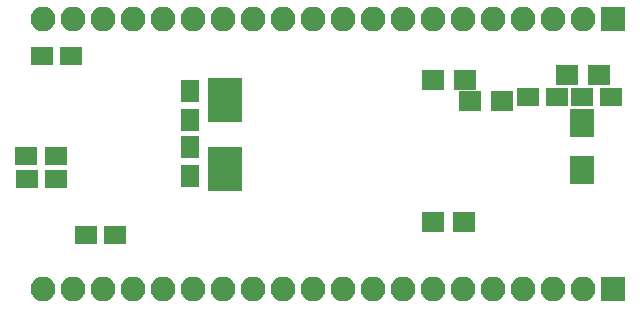
<source format=gbr>
G04 #@! TF.FileFunction,Soldermask,Bot*
%FSLAX46Y46*%
G04 Gerber Fmt 4.6, Leading zero omitted, Abs format (unit mm)*
G04 Created by KiCad (PCBNEW 4.0.4-stable) date 02/22/17 16:36:32*
%MOMM*%
%LPD*%
G01*
G04 APERTURE LIST*
%ADD10C,0.100000*%
%ADD11R,1.900000X1.650000*%
%ADD12R,1.650000X1.900000*%
%ADD13R,2.100000X2.100000*%
%ADD14O,2.100000X2.100000*%
%ADD15R,1.900000X1.700000*%
%ADD16R,2.000000X2.400000*%
%ADD17R,2.900000X3.725000*%
G04 APERTURE END LIST*
D10*
D11*
X117640000Y-91690000D03*
X115140000Y-91690000D03*
X118850000Y-106860000D03*
X121350000Y-106860000D03*
X113850000Y-100170000D03*
X116350000Y-100170000D03*
X113870000Y-102110000D03*
X116370000Y-102110000D03*
X158810000Y-95170000D03*
X156310000Y-95170000D03*
D12*
X127670000Y-101870000D03*
X127670000Y-99370000D03*
X127670000Y-94630000D03*
X127670000Y-97130000D03*
D11*
X160870000Y-95180000D03*
X163370000Y-95180000D03*
D13*
X163490000Y-88570000D03*
D14*
X160950000Y-88570000D03*
X158410000Y-88570000D03*
X155870000Y-88570000D03*
X153330000Y-88570000D03*
X150790000Y-88570000D03*
X148250000Y-88570000D03*
X145710000Y-88570000D03*
X143170000Y-88570000D03*
X140630000Y-88570000D03*
X138090000Y-88570000D03*
X135550000Y-88570000D03*
X133010000Y-88570000D03*
X130470000Y-88570000D03*
X127930000Y-88570000D03*
X125390000Y-88570000D03*
X122850000Y-88570000D03*
X120310000Y-88570000D03*
X117770000Y-88570000D03*
X115230000Y-88570000D03*
D13*
X163490000Y-111430000D03*
D14*
X160950000Y-111430000D03*
X158410000Y-111430000D03*
X155870000Y-111430000D03*
X153330000Y-111430000D03*
X150790000Y-111430000D03*
X148250000Y-111430000D03*
X145710000Y-111430000D03*
X143170000Y-111430000D03*
X140630000Y-111430000D03*
X138090000Y-111430000D03*
X135550000Y-111430000D03*
X133010000Y-111430000D03*
X130470000Y-111430000D03*
X127930000Y-111430000D03*
X125390000Y-111430000D03*
X122850000Y-111430000D03*
X120310000Y-111430000D03*
X117770000Y-111430000D03*
X115230000Y-111430000D03*
D15*
X162300000Y-93330000D03*
X159600000Y-93330000D03*
X148230000Y-105720000D03*
X150930000Y-105720000D03*
X154130000Y-95470000D03*
X151430000Y-95470000D03*
X151000000Y-93680000D03*
X148300000Y-93680000D03*
D16*
X160920000Y-97350000D03*
X160920000Y-101350000D03*
D17*
X130680000Y-101252500D03*
X130680000Y-95427500D03*
M02*

</source>
